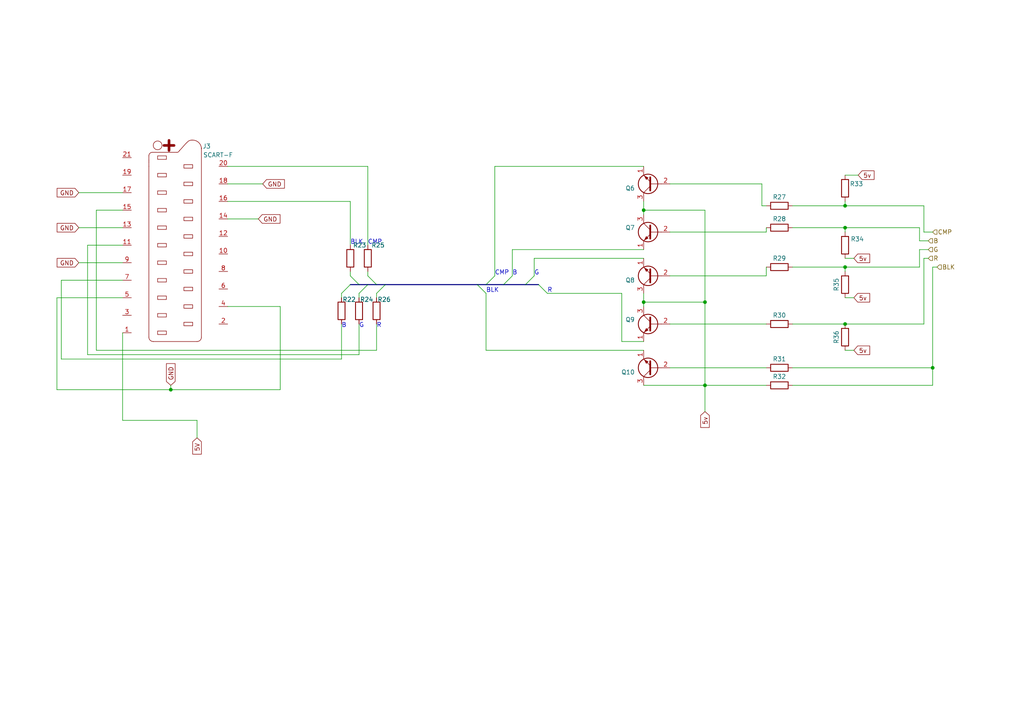
<source format=kicad_sch>
(kicad_sch (version 20250114) (generator "eeschema") (generator_version "9.0")
  (paper "A4")
  (lib_symbols
    (symbol "Connector:SCART-F" (pin_names (offset 0.762) (hide yes))
      (property "Reference" "J" (at 0 31.75 0))
      (property "Value" "SCART-F" (at 1.016 -29.21 0))
      (symbol "SCART-F_0_1"
        (polyline (pts (xy -7.62 24.6634) (xy -7.62 25.9334)))
        (polyline (pts (xy -7.62 24.6634) (xy -7.62 24.13)))
        (polyline (pts (xy -7.62 22.86) (xy -7.62 24.13)))
        (polyline (pts (xy -7.62 22.86) (xy -7.62 -26.67)))
        (polyline (pts (xy -6.604 26.9494) (xy 0.508 26.9494)))
        (arc (start -7.62 25.9334) (mid -7.3224 26.6518) (end -6.604 26.9494))
        (polyline (pts (xy -6.35 -27.94) (xy 6.35 -27.94)))
        (arc (start -6.35 -27.94) (mid -7.248 -27.568) (end -7.62 -26.67))
        (circle (center -5.08 28.956) (radius 1.27))
        (rectangle (start -5.08 25.908) (end -2.54 24.892))
        (rectangle (start -5.08 20.828) (end -2.54 19.812))
        (rectangle (start -5.08 15.748) (end -2.54 14.732))
        (rectangle (start -5.08 10.668) (end -2.54 9.652))
        (rectangle (start -5.08 5.588) (end -2.54 4.572))
        (rectangle (start -5.08 0.508) (end -2.54 -0.508))
        (rectangle (start -5.08 -4.572) (end -2.54 -5.588))
        (rectangle (start -5.08 -9.652) (end -2.54 -10.668))
        (rectangle (start -5.08 -14.732) (end -2.54 -15.748))
        (rectangle (start -5.08 -19.812) (end -2.54 -20.828))
        (rectangle (start -5.08 -24.892) (end -2.54 -25.908))
        (arc (start 1.2192 27.4574) (mid 0.955 27.0688) (end 0.508 26.924))
        (rectangle (start 2.54 23.368) (end 5.08 22.352))
        (rectangle (start 2.54 18.288) (end 5.08 17.272))
        (rectangle (start 2.54 13.208) (end 5.08 12.192))
        (rectangle (start 2.54 8.128) (end 5.08 7.112))
        (rectangle (start 2.54 3.048) (end 5.08 2.032))
        (rectangle (start 2.54 -2.032) (end 5.08 -3.048))
        (rectangle (start 2.54 -7.112) (end 5.08 -8.128))
        (rectangle (start 2.54 -12.192) (end 5.08 -13.208))
        (rectangle (start 2.54 -17.272) (end 5.08 -18.288))
        (rectangle (start 2.54 -22.352) (end 5.08 -23.368))
        (polyline (pts (xy 3.302 29.718) (xy 1.27 27.432)))
        (arc (start 3.3782 29.6926) (mid 4.0004 30.2733) (end 4.826 30.48))
        (polyline (pts (xy 4.826 30.48) (xy 5.08 30.48)))
        (arc (start 5.08 30.48) (mid 6.8761 29.7361) (end 7.62 27.94))
        (arc (start 7.62 -26.67) (mid 7.248 -27.568) (end 6.35 -27.94))
        (polyline (pts (xy 7.62 -26.67) (xy 7.62 28.2194)))
        (text "+" (at -1.778 29.21 0) (effects (font (size 3.81 3.81) (bold yes))))
      )
      (symbol "SCART-F_1_1"
        (pin passive line (at -15.24 25.4 0) (length 2.54) (name "P21") (number "21"))
        (pin passive line (at -15.24 20.32 0) (length 2.54) (name "P19") (number "19"))
        (pin passive line (at -15.24 15.24 0) (length 2.54) (name "P17") (number "17"))
        (pin passive line (at -15.24 10.16 0) (length 2.54) (name "P15") (number "15"))
        (pin passive line (at -15.24 5.08 0) (length 2.54) (name "P13") (number "13"))
        (pin passive line (at -15.24 0 0) (length 2.54) (name "P11") (number "11"))
        (pin passive line (at -15.24 -5.08 0) (length 2.54) (name "P9") (number "9"))
        (pin passive line (at -15.24 -10.16 0) (length 2.54) (name "P7") (number "7"))
        (pin passive line (at -15.24 -15.24 0) (length 2.54) (name "P5") (number "5"))
        (pin passive line (at -15.24 -20.32 0) (length 2.54) (name "P3") (number "3"))
        (pin passive line (at -15.24 -25.4 0) (length 2.54) (name "P1") (number "1"))
        (pin passive line (at 15.24 22.86 180) (length 2.54) (name "P20") (number "20"))
        (pin passive line (at 15.24 17.78 180) (length 2.54) (name "P18") (number "18"))
        (pin passive line (at 15.24 12.7 180) (length 2.54) (name "P16") (number "16"))
        (pin passive line (at 15.24 7.62 180) (length 2.54) (name "P14") (number "14"))
        (pin passive line (at 15.24 2.54 180) (length 2.54) (name "P12") (number "12"))
        (pin passive line (at 15.24 -2.54 180) (length 2.54) (name "P10") (number "10"))
        (pin passive line (at 15.24 -7.62 180) (length 2.54) (name "P8") (number "8"))
        (pin passive line (at 15.24 -12.7 180) (length 2.54) (name "P6") (number "6"))
        (pin passive line (at 15.24 -17.78 180) (length 2.54) (name "P4") (number "4"))
        (pin passive line (at 15.24 -22.86 180) (length 2.54) (name "P2") (number "2"))
      )
    )
    (symbol "Device:R" (pin_numbers (hide yes)) (pin_names (offset 0))
      (property "Reference" "R" (at 2.032 0 90))
      (property "Value" "R" (at 0 0 90))
      (symbol "R_0_1"
        (rectangle (start -1.016 -2.54) (end 1.016 2.54) (stroke (width 0.254)))
      )
      (symbol "R_1_1"
        (pin passive line (at 0 3.81 270) (length 1.27) (name "~") (number "1"))
        (pin passive line (at 0 -3.81 90) (length 1.27) (name "~") (number "2"))
      )
    )
    (symbol "Transistor_BJT:Q_NPN_EBC" (pin_names (offset 0) (hide yes))
      (property "Reference" "Q" (at 5.08 1.27 0))
      (property "Value" "Q_NPN_EBC" (at 5.08 -1.27 0))
      (symbol "Q_NPN_EBC_0_1"
        (polyline (pts (xy -2.54 0) (xy 0.635 0)))
        (polyline (pts (xy 0.635 1.905) (xy 0.635 -1.905)) (stroke (width 0.508)))
        (circle (center 1.27 0) (radius 2.8194) (stroke (width 0.254)))
      )
      (symbol "Q_NPN_EBC_1_1"
        (polyline (pts (xy 0.635 0.635) (xy 2.54 2.54)))
        (polyline (pts (xy 0.635 -0.635) (xy 2.54 -2.54)))
        (polyline (pts (xy 1.27 -1.778) (xy 1.778 -1.27) (xy 2.286 -2.286) (xy 1.27 -1.778)) (fill (type outline)))
        (pin input line (at -5.08 0 0) (length 2.54) (name "B") (number "2"))
        (pin passive line (at 2.54 5.08 270) (length 2.54) (name "C") (number "3"))
        (pin passive line (at 2.54 -5.08 90) (length 2.54) (name "E") (number "1"))
      )
    )
  )
  (junction (at 186.69 60.96))
  (junction (at 245.11 93.98))
  (junction (at 49.53 113.03))
  (junction (at 245.11 77.47))
  (junction (at 245.11 66.04))
  (junction (at 186.69 87.63))
  (junction (at 204.47 111.76))
  (junction (at 204.47 87.63))
  (junction (at 270.51 106.68))
  (junction (at 245.11 59.69))
  (bus_entry (at 156.21 82.55) (size 2.54 2.54))
  (bus_entry (at 106.68 80.01) (size 2.54 2.54))
  (bus_entry (at 152.4 82.55) (size 2.54 -2.54))
  (bus_entry (at 140.97 82.55) (size 2.54 -2.54))
  (bus_entry (at 99.06 85.09) (size 2.54 -2.54))
  (bus_entry (at 104.14 85.09) (size 2.54 -2.54))
  (bus_entry (at 101.6 80.01) (size 2.54 2.54))
  (bus_entry (at 138.43 82.55) (size 2.54 2.54))
  (bus_entry (at 146.05 82.55) (size 2.54 -2.54))
  (bus_entry (at 109.22 85.09) (size 2.54 -2.54))
  (bus (pts (xy 152.4 82.55) (xy 156.21 82.55)))
  (wire (pts (xy 99.06 85.09) (xy 99.06 86.36)))
  (wire (pts (xy 248.92 50.8) (xy 245.11 50.8)))
  (wire (pts (xy 245.11 58.42) (xy 245.11 59.69)))
  (wire (pts (xy 101.6 58.42) (xy 101.6 71.12)))
  (wire (pts (xy 66.04 48.26) (xy 106.68 48.26)))
  (wire (pts (xy 81.28 88.9) (xy 66.04 88.9)))
  (wire (pts (xy 25.4 71.12) (xy 25.4 102.87)))
  (wire (pts (xy 245.11 77.47) (xy 266.7 77.47)))
  (wire (pts (xy 229.87 66.04) (xy 245.11 66.04)))
  (wire (pts (xy 194.31 106.68) (xy 222.25 106.68)))
  (wire (pts (xy 22.86 55.88) (xy 35.56 55.88)))
  (wire (pts (xy 109.22 85.09) (xy 109.22 86.36)))
  (wire (pts (xy 229.87 106.68) (xy 270.51 106.68)))
  (wire (pts (xy 35.56 71.12) (xy 25.4 71.12)))
  (wire (pts (xy 194.31 80.01) (xy 222.25 80.01)))
  (wire (pts (xy 204.47 60.96) (xy 186.69 60.96)))
  (wire (pts (xy 49.53 113.03) (xy 81.28 113.03)))
  (wire (pts (xy 267.97 74.93) (xy 269.24 74.93)))
  (wire (pts (xy 106.68 78.74) (xy 106.68 80.01)))
  (wire (pts (xy 148.59 80.01) (xy 148.59 72.39)))
  (wire (pts (xy 17.78 81.28) (xy 17.78 104.14)))
  (wire (pts (xy 35.56 96.52) (xy 35.56 121.92)))
  (bus (pts (xy 111.76 82.55) (xy 138.43 82.55)))
  (wire (pts (xy 267.97 59.69) (xy 267.97 67.31)))
  (wire (pts (xy 266.7 77.47) (xy 266.7 72.39)))
  (wire (pts (xy 180.34 99.06) (xy 186.69 99.06)))
  (wire (pts (xy 22.86 76.2) (xy 35.56 76.2)))
  (wire (pts (xy 49.53 111.76) (xy 49.53 113.03)))
  (wire (pts (xy 109.22 101.6) (xy 109.22 93.98)))
  (wire (pts (xy 204.47 111.76) (xy 204.47 119.38)))
  (wire (pts (xy 22.86 66.04) (xy 35.56 66.04)))
  (wire (pts (xy 194.31 93.98) (xy 222.25 93.98)))
  (wire (pts (xy 229.87 93.98) (xy 245.11 93.98)))
  (wire (pts (xy 247.65 74.93) (xy 245.11 74.93)))
  (wire (pts (xy 27.94 60.96) (xy 27.94 101.6)))
  (wire (pts (xy 186.69 87.63) (xy 204.47 87.63)))
  (wire (pts (xy 194.31 53.34) (xy 220.98 53.34)))
  (wire (pts (xy 35.56 60.96) (xy 27.94 60.96)))
  (wire (pts (xy 140.97 85.09) (xy 140.97 101.6)))
  (wire (pts (xy 266.7 72.39) (xy 269.24 72.39)))
  (wire (pts (xy 204.47 60.96) (xy 204.47 87.63)))
  (wire (pts (xy 247.65 86.36) (xy 245.11 86.36)))
  (wire (pts (xy 270.51 77.47) (xy 271.78 77.47)))
  (wire (pts (xy 99.06 93.98) (xy 99.06 104.14)))
  (wire (pts (xy 186.69 111.76) (xy 204.47 111.76)))
  (wire (pts (xy 229.87 77.47) (xy 245.11 77.47)))
  (wire (pts (xy 266.7 66.04) (xy 266.7 69.85)))
  (wire (pts (xy 204.47 111.76) (xy 222.25 111.76)))
  (wire (pts (xy 186.69 60.96) (xy 186.69 62.23)))
  (wire (pts (xy 35.56 86.36) (xy 16.51 86.36)))
  (wire (pts (xy 186.69 87.63) (xy 186.69 88.9)))
  (wire (pts (xy 25.4 102.87) (xy 104.14 102.87)))
  (wire (pts (xy 17.78 104.14) (xy 99.06 104.14)))
  (wire (pts (xy 245.11 93.98) (xy 267.97 93.98)))
  (wire (pts (xy 267.97 67.31) (xy 270.51 67.31)))
  (wire (pts (xy 106.68 48.26) (xy 106.68 71.12)))
  (wire (pts (xy 57.15 127) (xy 57.15 121.92)))
  (wire (pts (xy 194.31 67.31) (xy 222.25 67.31)))
  (bus (pts (xy 109.22 82.55) (xy 111.76 82.55)))
  (wire (pts (xy 245.11 78.74) (xy 245.11 77.47)))
  (wire (pts (xy 76.2 53.34) (xy 66.04 53.34)))
  (wire (pts (xy 204.47 87.63) (xy 204.47 111.76)))
  (wire (pts (xy 222.25 80.01) (xy 222.25 77.47)))
  (wire (pts (xy 245.11 59.69) (xy 267.97 59.69)))
  (wire (pts (xy 104.14 102.87) (xy 104.14 93.98)))
  (wire (pts (xy 267.97 93.98) (xy 267.97 74.93)))
  (wire (pts (xy 270.51 106.68) (xy 270.51 77.47)))
  (wire (pts (xy 158.75 85.09) (xy 180.34 85.09)))
  (wire (pts (xy 220.98 59.69) (xy 222.25 59.69)))
  (bus (pts (xy 146.05 82.55) (xy 152.4 82.55)))
  (bus (pts (xy 106.68 82.55) (xy 109.22 82.55)))
  (wire (pts (xy 270.51 111.76) (xy 270.51 106.68)))
  (wire (pts (xy 143.51 48.26) (xy 186.69 48.26)))
  (wire (pts (xy 35.56 121.92) (xy 57.15 121.92)))
  (wire (pts (xy 266.7 69.85) (xy 269.24 69.85)))
  (wire (pts (xy 247.65 101.6) (xy 245.11 101.6)))
  (wire (pts (xy 245.11 66.04) (xy 266.7 66.04)))
  (wire (pts (xy 186.69 85.09) (xy 186.69 87.63)))
  (wire (pts (xy 154.94 74.93) (xy 186.69 74.93)))
  (wire (pts (xy 229.87 111.76) (xy 270.51 111.76)))
  (wire (pts (xy 222.25 67.31) (xy 222.25 66.04)))
  (wire (pts (xy 154.94 74.93) (xy 154.94 80.01)))
  (bus (pts (xy 101.6 82.55) (xy 104.14 82.55)))
  (wire (pts (xy 27.94 101.6) (xy 109.22 101.6)))
  (bus (pts (xy 104.14 82.55) (xy 106.68 82.55)))
  (wire (pts (xy 16.51 113.03) (xy 49.53 113.03)))
  (wire (pts (xy 66.04 58.42) (xy 101.6 58.42)))
  (wire (pts (xy 148.59 72.39) (xy 186.69 72.39)))
  (wire (pts (xy 180.34 85.09) (xy 180.34 99.06)))
  (wire (pts (xy 81.28 113.03) (xy 81.28 88.9)))
  (wire (pts (xy 140.97 101.6) (xy 186.69 101.6)))
  (bus (pts (xy 138.43 82.55) (xy 140.97 82.55)))
  (wire (pts (xy 35.56 81.28) (xy 17.78 81.28)))
  (bus (pts (xy 140.97 82.55) (xy 146.05 82.55)))
  (wire (pts (xy 16.51 86.36) (xy 16.51 113.03)))
  (wire (pts (xy 186.69 58.42) (xy 186.69 60.96)))
  (wire (pts (xy 245.11 67.31) (xy 245.11 66.04)))
  (wire (pts (xy 101.6 78.74) (xy 101.6 80.01)))
  (wire (pts (xy 220.98 59.69) (xy 220.98 53.34)))
  (wire (pts (xy 143.51 80.01) (xy 143.51 48.26)))
  (wire (pts (xy 74.93 63.5) (xy 66.04 63.5)))
  (wire (pts (xy 229.87 59.69) (xy 245.11 59.69)))
  (wire (pts (xy 104.14 85.09) (xy 104.14 86.36)))
  (label "R" (at 158.75 85.09 0))
  (label "G" (at 154.94 80.01 0))
  (label "G" (at 104.14 95.25 0))
  (label "CMP" (at 106.68 71.12 0))
  (label "B" (at 148.59 80.01 0))
  (label "B" (at 99.06 95.25 0))
  (label "BLK" (at 101.6 71.12 0))
  (label "BLK" (at 140.97 85.09 0))
  (label "R" (at 109.22 95.25 0))
  (label "CMP" (at 143.51 80.01 0))
  (global_label "GND" (shape input) (at 76.2 53.34 0) (property "Intersheetrefs" "${INTERSHEET_REFS}" (effects (hide yes))))
  (global_label "5v" (shape input) (at 247.65 101.6 0) (property "Intersheetrefs" "${INTERSHEET_REFS}" (effects (hide yes))))
  (global_label "5v" (shape input) (at 247.65 74.93 0) (property "Intersheetrefs" "${INTERSHEET_REFS}" (effects (hide yes))))
  (global_label "GND" (shape input) (at 74.93 63.5 0) (property "Intersheetrefs" "${INTERSHEET_REFS}" (effects (hide yes))))
  (global_label "GND" (shape input) (at 22.86 66.04 180) (property "Intersheetrefs" "${INTERSHEET_REFS}" (effects (hide yes))))
  (global_label "5v" (shape input) (at 204.47 119.38 270) (property "Intersheetrefs" "${INTERSHEET_REFS}" (effects (hide yes))))
  (global_label "5v" (shape input) (at 247.65 86.36 0) (property "Intersheetrefs" "${INTERSHEET_REFS}" (effects (hide yes))))
  (global_label "5V" (shape input) (at 57.15 127 270) (property "Intersheetrefs" "${INTERSHEET_REFS}" (effects (hide yes))))
  (global_label "GND" (shape input) (at 49.53 111.76 90) (property "Intersheetrefs" "${INTERSHEET_REFS}" (effects (hide yes))))
  (global_label "5v" (shape input) (at 248.92 50.8 0) (property "Intersheetrefs" "${INTERSHEET_REFS}" (effects (hide yes))))
  (global_label "GND" (shape input) (at 22.86 76.2 180) (property "Intersheetrefs" "${INTERSHEET_REFS}" (effects (hide yes))))
  (global_label "GND" (shape input) (at 22.86 55.88 180) (property "Intersheetrefs" "${INTERSHEET_REFS}" (effects (hide yes))))
  (hierarchical_label "BLK" (shape input) (at 271.78 77.47 0))
  (hierarchical_label "CMP" (shape input) (at 270.51 67.31 0))
  (hierarchical_label "G" (shape input) (at 269.24 72.39 0))
  (hierarchical_label "B" (shape input) (at 269.24 69.85 0))
  (hierarchical_label "R" (shape input) (at 269.24 74.93 0))
  (symbol (lib_id "Device:R") (at 104.14 90.17 0) (unit 1)
    (property "Reference" "R24" (at 104.394 86.868 0) (effects (justify left)))
    (property "Value" "R" (effects (hide yes)))
    (property "Description" "Resistor" (effects (hide yes)))
  )
  (symbol (lib_id "Device:R") (at 226.06 59.69 90) (unit 1)
    (property "Reference" "R27" (at 226.06 57.15 90))
    (property "Value" "R" (effects (hide yes)))
    (property "Description" "Resistor" (effects (hide yes)))
  )
  (symbol (lib_id "Device:R") (at 99.06 90.17 0) (unit 1)
    (property "Reference" "R22" (at 99.314 86.868 0) (effects (justify left)))
    (property "Value" "R" (effects (hide yes)))
    (property "Description" "Resistor" (effects (hide yes)))
  )
  (symbol (lib_id "Device:R") (at 226.06 93.98 90) (unit 1)
    (property "Reference" "R30" (at 226.06 91.44 90))
    (property "Value" "R" (effects (hide yes)))
    (property "Description" "Resistor" (effects (hide yes)))
  )
  (symbol (lib_id "Transistor_BJT:Q_NPN_EBC") (at 189.23 80.01 180) (unit 1)
    (property "Reference" "Q8" (at 184.15 81.2801 0) (effects (justify left)))
    (property "Value" "Q_NPN_EBC" (effects (hide yes)))
    (property "Description" "NPN transistor, emitter/base/collector" (effects (hide yes)))
  )
  (symbol (lib_id "Device:R") (at 245.11 54.61 0) (unit 1)
    (property "Reference" "R33" (at 248.412 53.34 0))
    (property "Value" "R" (effects (hide yes)))
    (property "Description" "Resistor" (effects (hide yes)))
  )
  (symbol (lib_id "Device:R") (at 106.68 74.93 0) (unit 1)
    (property "Reference" "R25" (at 107.696 71.12 0) (effects (justify left)))
    (property "Value" "R" (effects (hide yes)))
    (property "Description" "Resistor" (effects (hide yes)))
  )
  (symbol (lib_id "Device:R") (at 101.6 74.93 0) (unit 1)
    (property "Reference" "R23" (at 102.362 71.12 0) (effects (justify left)))
    (property "Value" "R" (effects (hide yes)))
    (property "Description" "Resistor" (effects (hide yes)))
  )
  (symbol (lib_id "Device:R") (at 226.06 111.76 90) (unit 1)
    (property "Reference" "R32" (at 226.06 109.22 90))
    (property "Value" "R" (effects (hide yes)))
    (property "Description" "Resistor" (effects (hide yes)))
  )
  (symbol (lib_id "Device:R") (at 226.06 66.04 90) (unit 1)
    (property "Reference" "R28" (at 226.06 63.5 90))
    (property "Value" "R" (effects (hide yes)))
    (property "Description" "Resistor" (effects (hide yes)))
  )
  (symbol (lib_id "Device:R") (at 109.22 90.17 0) (unit 1)
    (property "Reference" "R26" (at 109.474 86.868 0) (effects (justify left)))
    (property "Value" "R" (effects (hide yes)))
    (property "Description" "Resistor" (effects (hide yes)))
  )
  (symbol (lib_id "Device:R") (at 245.11 82.55 180) (unit 1)
    (property "Reference" "R35" (at 242.57 82.55 90))
    (property "Value" "R" (effects (hide yes)))
    (property "Description" "Resistor" (effects (hide yes)))
  )
  (symbol (lib_id "Device:R") (at 245.11 71.12 180) (unit 1)
    (property "Reference" "R34" (at 248.666 69.342 0))
    (property "Value" "R" (effects (hide yes)))
    (property "Description" "Resistor" (effects (hide yes)))
  )
  (symbol (lib_id "Device:R") (at 226.06 106.68 90) (unit 1)
    (property "Reference" "R31" (at 226.06 104.14 90))
    (property "Value" "R" (effects (hide yes)))
    (property "Description" "Resistor" (effects (hide yes)))
  )
  (symbol (lib_id "Transistor_BJT:Q_NPN_EBC") (at 189.23 67.31 0) (mirror y) (unit 1)
    (property "Reference" "Q7" (at 184.15 66.0399 0) (effects (justify left)))
    (property "Value" "Q_NPN_EBC" (effects (hide yes)))
    (property "Description" "NPN transistor, emitter/base/collector" (effects (hide yes)))
  )
  (symbol (lib_id "Device:R") (at 245.11 97.79 180) (unit 1)
    (property "Reference" "R36" (at 242.57 97.79 90))
    (property "Value" "R" (effects (hide yes)))
    (property "Description" "Resistor" (effects (hide yes)))
  )
  (symbol (lib_id "Transistor_BJT:Q_NPN_EBC") (at 189.23 53.34 180) (unit 1)
    (property "Reference" "Q6" (at 184.15 54.6101 0) (effects (justify left)))
    (property "Value" "Q_NPN_EBC" (effects (hide yes)))
    (property "Description" "NPN transistor, emitter/base/collector" (effects (hide yes)))
  )
  (symbol (lib_id "Transistor_BJT:Q_NPN_EBC") (at 189.23 106.68 180) (unit 1)
    (property "Reference" "Q10" (at 184.15 107.9501 0) (effects (justify left)))
    (property "Value" "Q_NPN_EBC" (effects (hide yes)))
    (property "Description" "NPN transistor, emitter/base/collector" (effects (hide yes)))
  )
  (symbol (lib_id "Transistor_BJT:Q_NPN_EBC") (at 189.23 93.98 0) (mirror y) (unit 1)
    (property "Reference" "Q9" (at 184.15 92.7099 0) (effects (justify left)))
    (property "Value" "Q_NPN_EBC" (effects (hide yes)))
    (property "Description" "NPN transistor, emitter/base/collector" (effects (hide yes)))
  )
  (symbol (lib_id "Connector:SCART-F") (at 50.8 71.12 0) (unit 1)
    (property "Reference" "J3" (at 59.944 42.418 0))
    (property "Value" "SCART-F" (at 63.246 44.958 0))
    (property "Description" "Prise Peritel" (effects (hide yes)))
  )
  (symbol (lib_id "Device:R") (at 226.06 77.47 90) (unit 1)
    (property "Reference" "R29" (at 226.06 74.93 90))
    (property "Value" "R" (effects (hide yes)))
    (property "Description" "Resistor" (effects (hide yes)))
  )
)
</source>
